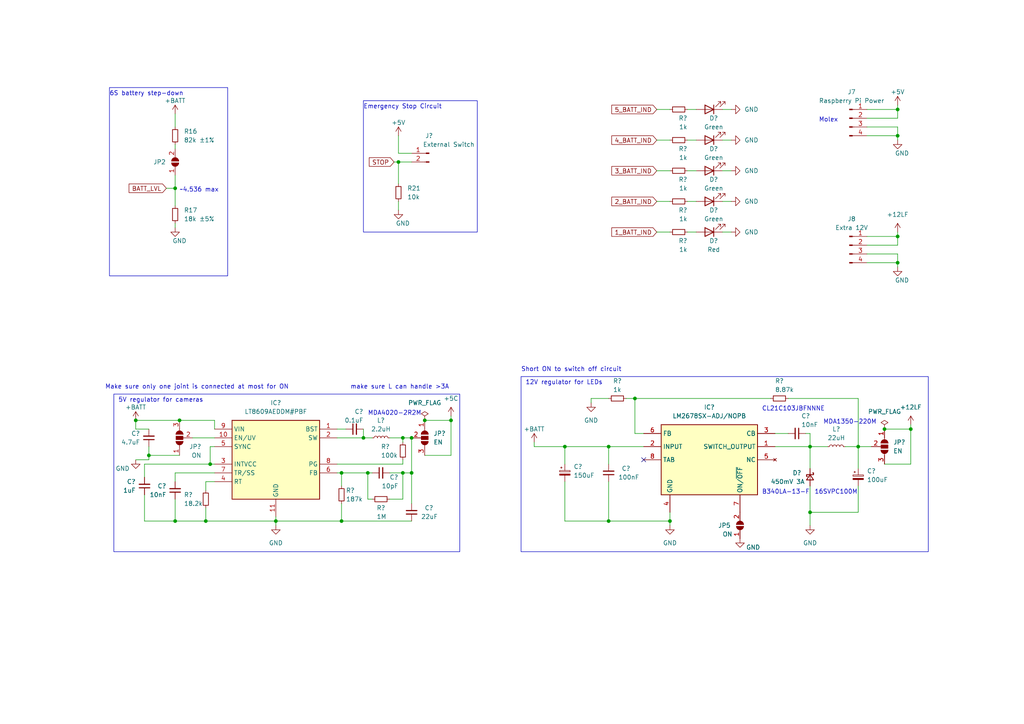
<source format=kicad_sch>
(kicad_sch (version 20230121) (generator eeschema)
  (paper "A4")
  (title_block (title "RBC by UGS") (date "2023-09-06") (rev "2.0"))
  (lib_symbols
    (symbol "Connector:Conn_01x02_Pin" (pin_names (offset 1.016) hide)
      (property "Reference" "J" (at 0 2.54 0))
      (property "Value" "Conn_01x02_Pin" (at 0 -5.08 0))
      (symbol "Conn_01x02_Pin_1_1"
        (polyline (pts (xy 1.27 -2.54) (xy 0.8636 -2.54)) (stroke (width 0.1524)))
        (polyline (pts (xy 1.27 0) (xy 0.8636 0)) (stroke (width 0.1524)))
        (rectangle (start 0.8636 -2.413) (end 0 -2.667) (stroke (width 0.1524)) (fill (type outline)))
        (rectangle (start 0.8636 0.127) (end 0 -0.127) (stroke (width 0.1524)) (fill (type outline)))
        (pin passive line (at 5.08 0 180) (length 3.81) (name "Pin_1") (number "1"))
        (pin passive line (at 5.08 -2.54 180) (length 3.81) (name "Pin_2") (number "2"))
      )
    )
    (symbol "Connector:Conn_01x04_Pin" (pin_names (offset 1.016) hide)
      (property "Reference" "J" (at 0 5.08 0))
      (property "Value" "Conn_01x04_Pin" (at 0 -7.62 0))
      (symbol "Conn_01x04_Pin_1_1"
        (polyline (pts (xy 1.27 -5.08) (xy 0.8636 -5.08)) (stroke (width 0.1524)))
        (polyline (pts (xy 1.27 -2.54) (xy 0.8636 -2.54)) (stroke (width 0.1524)))
        (polyline (pts (xy 1.27 0) (xy 0.8636 0)) (stroke (width 0.1524)))
        (polyline (pts (xy 1.27 2.54) (xy 0.8636 2.54)) (stroke (width 0.1524)))
        (rectangle (start 0.8636 -4.953) (end 0 -5.207) (stroke (width 0.1524)) (fill (type outline)))
        (rectangle (start 0.8636 -2.413) (end 0 -2.667) (stroke (width 0.1524)) (fill (type outline)))
        (rectangle (start 0.8636 0.127) (end 0 -0.127) (stroke (width 0.1524)) (fill (type outline)))
        (rectangle (start 0.8636 2.667) (end 0 2.413) (stroke (width 0.1524)) (fill (type outline)))
        (pin passive line (at 5.08 2.54 180) (length 3.81) (name "Pin_1") (number "1"))
        (pin passive line (at 5.08 0 180) (length 3.81) (name "Pin_2") (number "2"))
        (pin passive line (at 5.08 -2.54 180) (length 3.81) (name "Pin_3") (number "3"))
        (pin passive line (at 5.08 -5.08 180) (length 3.81) (name "Pin_4") (number "4"))
      )
    )
    (symbol "Device:C_Polarized_Small" (pin_numbers hide) (pin_names (offset 0.254) hide)
      (property "Reference" "C" (at 0.254 1.778 0))
      (property "Value" "C_Polarized_Small" (at 0.254 -2.032 0))
      (symbol "C_Polarized_Small_0_1"
        (rectangle (start -1.524 -0.3048) (end 1.524 -0.6858) (fill (type outline)))
        (rectangle (start -1.524 0.6858) (end 1.524 0.3048))
        (polyline (pts (xy -1.27 1.524) (xy -0.762 1.524)))
        (polyline (pts (xy -1.016 1.27) (xy -1.016 1.778)))
      )
      (symbol "C_Polarized_Small_1_1"
        (pin passive line (at 0 2.54 270) (length 1.8542) (name "~") (number "1"))
        (pin passive line (at 0 -2.54 90) (length 1.8542) (name "~") (number "2"))
      )
    )
    (symbol "Device:C_Small" (pin_numbers hide) (pin_names (offset 0.254) hide)
      (property "Reference" "C" (at 0.254 1.778 0))
      (property "Value" "C_Small" (at 0.254 -2.032 0))
      (symbol "C_Small_0_1"
        (polyline (pts (xy -1.524 -0.508) (xy 1.524 -0.508)) (stroke (width 0.3302)))
        (polyline (pts (xy -1.524 0.508) (xy 1.524 0.508)) (stroke (width 0.3048)))
      )
      (symbol "C_Small_1_1"
        (pin passive line (at 0 2.54 270) (length 2.032) (name "~") (number "1"))
        (pin passive line (at 0 -2.54 90) (length 2.032) (name "~") (number "2"))
      )
    )
    (symbol "Device:D_Schottky_Small" (pin_numbers hide) (pin_names (offset 0.254) hide)
      (property "Reference" "D" (at -1.27 2.032 0))
      (property "Value" "D_Schottky_Small" (at -7.112 -2.032 0))
      (symbol "D_Schottky_Small_0_1"
        (polyline (pts (xy -0.762 0) (xy 0.762 0)))
        (polyline (pts (xy 0.762 -1.016) (xy -0.762 0) (xy 0.762 1.016) (xy 0.762 -1.016)) (stroke (width 0.254)))
        (polyline (pts (xy -1.27 0.762) (xy -1.27 1.016) (xy -0.762 1.016) (xy -0.762 -1.016) (xy -0.254 -1.016) (xy -0.254 -0.762)) (stroke (width 0.254)))
      )
      (symbol "D_Schottky_Small_1_1"
        (pin passive line (at -2.54 0 0) (length 1.778) (name "K") (number "1"))
        (pin passive line (at 2.54 0 180) (length 1.778) (name "A") (number "2"))
      )
    )
    (symbol "Device:LED" (pin_numbers hide) (pin_names (offset 1.016) hide)
      (property "Reference" "D" (at 0 2.54 0))
      (property "Value" "LED" (at 0 -2.54 0))
      (symbol "LED_0_1"
        (polyline (pts (xy -1.27 -1.27) (xy -1.27 1.27)) (stroke (width 0.254)))
        (polyline (pts (xy -1.27 0) (xy 1.27 0)))
        (polyline (pts (xy 1.27 -1.27) (xy 1.27 1.27) (xy -1.27 0) (xy 1.27 -1.27)) (stroke (width 0.254)))
        (polyline (pts (xy -3.048 -0.762) (xy -4.572 -2.286) (xy -3.81 -2.286) (xy -4.572 -2.286) (xy -4.572 -1.524)))
        (polyline (pts (xy -1.778 -0.762) (xy -3.302 -2.286) (xy -2.54 -2.286) (xy -3.302 -2.286) (xy -3.302 -1.524)))
      )
      (symbol "LED_1_1"
        (pin passive line (at -3.81 0 0) (length 2.54) (name "K") (number "1"))
        (pin passive line (at 3.81 0 180) (length 2.54) (name "A") (number "2"))
      )
    )
    (symbol "Device:L_Small" (pin_numbers hide) (pin_names (offset 0.254) hide)
      (property "Reference" "L" (at 0.762 1.016 0))
      (property "Value" "L_Small" (at 0.762 -1.016 0))
      (symbol "L_Small_0_1"
        (arc (start 0 -2.032) (mid 0.5058 -1.524) (end 0 -1.016))
        (arc (start 0 -1.016) (mid 0.5058 -0.508) (end 0 0))
        (arc (start 0 0) (mid 0.5058 0.508) (end 0 1.016))
        (arc (start 0 1.016) (mid 0.5058 1.524) (end 0 2.032))
      )
      (symbol "L_Small_1_1"
        (pin passive line (at 0 2.54 270) (length 0.508) (name "~") (number "1"))
        (pin passive line (at 0 -2.54 90) (length 0.508) (name "~") (number "2"))
      )
    )
    (symbol "Device:R_Small" (pin_numbers hide) (pin_names (offset 0.254) hide)
      (property "Reference" "R" (at 0.762 0.508 0))
      (property "Value" "R_Small" (at 0.762 -1.016 0))
      (symbol "R_Small_0_1"
        (rectangle (start -0.762 1.778) (end 0.762 -1.778) (stroke (width 0.2032)))
      )
      (symbol "R_Small_1_1"
        (pin passive line (at 0 2.54 270) (length 0.762) (name "~") (number "1"))
        (pin passive line (at 0 -2.54 90) (length 0.762) (name "~") (number "2"))
      )
    )
    (symbol "Jumper:SolderJumper_2_Open" (pin_names (offset 0) hide)
      (property "Reference" "JP" (at 0 2.032 0))
      (property "Value" "SolderJumper_2_Open" (at 0 -2.54 0))
      (symbol "SolderJumper_2_Open_0_1"
        (arc (start -0.254 1.016) (mid -1.2656 0) (end -0.254 -1.016))
        (arc (start -0.254 1.016) (mid -1.2656 0) (end -0.254 -1.016) (fill (type outline)))
        (polyline (pts (xy -0.254 1.016) (xy -0.254 -1.016)))
        (polyline (pts (xy 0.254 1.016) (xy 0.254 -1.016)))
        (arc (start 0.254 -1.016) (mid 1.2656 0) (end 0.254 1.016))
        (arc (start 0.254 -1.016) (mid 1.2656 0) (end 0.254 1.016) (fill (type outline)))
      )
      (symbol "SolderJumper_2_Open_1_1"
        (pin passive line (at -3.81 0 0) (length 2.54) (name "A") (number "1"))
        (pin passive line (at 3.81 0 180) (length 2.54) (name "B") (number "2"))
      )
    )
    (symbol "Jumper:SolderJumper_3_Open" (pin_names (offset 0) hide)
      (property "Reference" "JP" (at -2.54 -2.54 0))
      (property "Value" "SolderJumper_3_Open" (at 0 2.794 0))
      (symbol "SolderJumper_3_Open_0_1"
        (arc (start -1.016 1.016) (mid -2.0276 0) (end -1.016 -1.016))
        (arc (start -1.016 1.016) (mid -2.0276 0) (end -1.016 -1.016) (fill (type outline)))
        (rectangle (start -0.508 1.016) (end 0.508 -1.016) (fill (type outline)))
        (polyline (pts (xy -2.54 0) (xy -2.032 0)))
        (polyline (pts (xy -1.016 1.016) (xy -1.016 -1.016)))
        (polyline (pts (xy 0 -1.27) (xy 0 -1.016)))
        (polyline (pts (xy 1.016 1.016) (xy 1.016 -1.016)))
        (polyline (pts (xy 2.54 0) (xy 2.032 0)))
        (arc (start 1.016 -1.016) (mid 2.0276 0) (end 1.016 1.016))
        (arc (start 1.016 -1.016) (mid 2.0276 0) (end 1.016 1.016) (fill (type outline)))
      )
      (symbol "SolderJumper_3_Open_1_1"
        (pin passive line (at -5.08 0 0) (length 2.54) (name "A") (number "1"))
        (pin passive line (at 0 -3.81 90) (length 2.54) (name "C") (number "2"))
        (pin passive line (at 5.08 0 180) (length 2.54) (name "B") (number "3"))
      )
    )
    (symbol "SamacSys_Parts:LM2678SX-5.0_NOPB"
      (property "Reference" "IC5" (at 19.05 7.62 0))
      (property "Value" "LM2678SX-ADJ/NOPB" (at 19.05 5.08 0))
      (symbol "LM2678SX-5.0_NOPB_1_1"
        (rectangle (start 5.08 2.54) (end 33.02 -17.78) (stroke (width 0.254)) (fill (type background)))
        (pin passive line (at 38.1 -3.81 180) (length 5.08) (name "SWITCH_OUTPUT") (number "1"))
        (pin passive line (at 0 -3.81 0) (length 5.08) (name "INPUT") (number "2"))
        (pin passive line (at 38.1 0 180) (length 5.08) (name "CB") (number "3"))
        (pin passive line (at 7.62 -22.86 90) (length 5.08) (name "GND") (number "4"))
        (pin no_connect line (at 38.1 -7.62 180) (length 5.08) (name "NC") (number "5"))
        (pin passive line (at 0 0 0) (length 5.08) (name "FB") (number "6"))
        (pin passive line (at 27.94 -22.86 90) (length 5.08) (name "ON/~{OFF}") (number "7"))
        (pin passive line (at 0 -7.62 0) (length 5.08) (name "TAB") (number "8"))
      )
    )
    (symbol "SamacSys_Parts:LT8609AEDDM#PBF"
      (property "Reference" "IC7" (at 17.78 7.62 0))
      (property "Value" "LT8609AEDDM#PBF" (at 17.78 5.08 0))
      (symbol "LT8609AEDDM#PBF_1_1"
        (rectangle (start 5.08 2.54) (end 30.48 -20.32) (stroke (width 0.254)) (fill (type background)))
        (pin passive line (at 35.56 0 180) (length 5.08) (name "BST") (number "1"))
        (pin passive line (at 0 -2.54 0) (length 5.08) (name "EN/UV") (number "10"))
        (pin passive line (at 17.78 -25.4 90) (length 5.08) (name "GND") (number "11"))
        (pin passive line (at 35.56 -2.54 180) (length 5.08) (name "SW") (number "2"))
        (pin passive line (at 0 -10.16 0) (length 5.08) (name "INTVCC") (number "3"))
        (pin passive line (at 0 -15.24 0) (length 5.08) (name "RT") (number "4"))
        (pin passive line (at 0 -5.08 0) (length 5.08) (name "SYNC") (number "5"))
        (pin passive line (at 35.56 -12.7 180) (length 5.08) (name "FB") (number "6"))
        (pin passive line (at 0 -12.7 0) (length 5.08) (name "TR/SS") (number "7"))
        (pin passive line (at 35.56 -10.16 180) (length 5.08) (name "PG") (number "8"))
        (pin passive line (at 0 0 0) (length 5.08) (name "VIN") (number "9"))
      )
    )
    (symbol "power:+12LF" (power) (pin_names (offset 0))
      (property "Value" "+12LF" (at 0 3.556 0))
      (symbol "+12LF_0_1"
        (polyline (pts (xy -0.762 1.27) (xy 0 2.54)))
        (polyline (pts (xy 0 0) (xy 0 2.54)))
        (polyline (pts (xy 0 2.54) (xy 0.762 1.27)))
      )
      (symbol "+12LF_1_1"
        (pin power_in line (at 0 0 90) (length 0) hide (name "+12LF") (number "1"))
      )
    )
    (symbol "power:+5C" (power) (pin_names (offset 0))
      (property "Value" "+5C" (at 0 3.556 0))
      (symbol "+5C_0_1"
        (polyline (pts (xy -0.762 1.27) (xy 0 2.54)))
        (polyline (pts (xy 0 0) (xy 0 2.54)))
        (polyline (pts (xy 0 2.54) (xy 0.762 1.27)))
      )
      (symbol "+5C_1_1"
        (pin power_in line (at 0 0 90) (length 0) hide (name "+5C") (number "1"))
      )
    )
    (symbol "power:+5V" (power) (pin_names (offset 0))
      (property "Value" "+5V" (at 0 3.556 0))
      (symbol "+5V_0_1"
        (polyline (pts (xy -0.762 1.27) (xy 0 2.54)))
        (polyline (pts (xy 0 0) (xy 0 2.54)))
        (polyline (pts (xy 0 2.54) (xy 0.762 1.27)))
      )
      (symbol "+5V_1_1"
        (pin power_in line (at 0 0 90) (length 0) hide (name "+5V") (number "1"))
      )
    )
    (symbol "power:+BATT" (power) (pin_names (offset 0))
      (property "Value" "+BATT" (at 0 3.556 0))
      (symbol "+BATT_0_1"
        (polyline (pts (xy -0.762 1.27) (xy 0 2.54)))
        (polyline (pts (xy 0 0) (xy 0 2.54)))
        (polyline (pts (xy 0 2.54) (xy 0.762 1.27)))
      )
      (symbol "+BATT_1_1"
        (pin power_in line (at 0 0 90) (length 0) hide (name "+BATT") (number "1"))
      )
    )
    (symbol "power:GND" (power) (pin_names (offset 0))
      (property "Value" "GND" (at 0 -3.81 0))
      (symbol "GND_0_1"
        (polyline (pts (xy 0 0) (xy 0 -1.27) (xy 1.27 -1.27) (xy 0 -2.54) (xy -1.27 -1.27) (xy 0 -1.27)))
      )
      (symbol "GND_1_1"
        (pin power_in line (at 0 0 270) (length 0) hide (name "GND") (number "1"))
      )
    )
    (symbol "power:PWR_FLAG" (power) (pin_numbers hide) (pin_names (offset 0) hide)
      (property "Value" "PWR_FLAG" (at 0 3.81 0))
      (symbol "PWR_FLAG_0_0"
        (pin power_out line (at 0 0 90) (length 0) (name "pwr") (number "1"))
      )
      (symbol "PWR_FLAG_0_1"
        (polyline (pts (xy 0 0) (xy 0 1.27) (xy -1.016 1.905) (xy 0 2.54) (xy 1.016 1.905) (xy 0 1.27)))
      )
    )
  )
  (junction (at 106.68 137.16))
  (junction (at 264.16 124.46))
  (junction (at 176.53 151.13))
  (junction (at 260.35 31.75))
  (junction (at 260.35 76.2))
  (junction (at 59.69 151.13))
  (junction (at 234.95 148.59))
  (junction (at 60.96 134.62))
  (junction (at 234.95 129.54))
  (junction (at 43.18 132.08))
  (junction (at 105.41 127))
  (junction (at 39.37 121.92))
  (junction (at 116.84 127))
  (junction (at 52.07 121.92))
  (junction (at 50.8 54.61))
  (junction (at 260.35 68.58))
  (junction (at 130.81 121.92))
  (junction (at 119.38 127))
  (junction (at 256.54 124.46))
  (junction (at 260.35 39.37))
  (junction (at 194.31 151.13))
  (junction (at 99.06 137.16))
  (junction (at 163.83 129.54))
  (junction (at 248.92 129.54))
  (junction (at 123.19 121.92))
  (junction (at 176.53 129.54))
  (junction (at 99.06 151.13))
  (junction (at 80.01 151.13))
  (junction (at 50.8 151.13))
  (junction (at 116.84 137.16))
  (junction (at 184.15 115.57))
  (junction (at 115.57 46.99))
  (junction (at 119.38 137.16))
  (no_connect (at 186.69 133.35))
  (wire (pts (xy 260.35 71.12) (xy 260.35 68.58)))
  (wire (pts (xy 251.46 36.83) (xy 260.35 36.83)))
  (wire (pts (xy 234.95 140.97) (xy 234.95 148.59)))
  (wire (pts (xy 260.35 73.66) (xy 260.35 76.2)))
  (wire (pts (xy 41.91 134.62) (xy 60.96 134.62)))
  (wire (pts (xy 55.88 127) (xy 62.23 127)))
  (wire (pts (xy 260.35 34.29) (xy 260.35 31.75)))
  (wire (pts (xy 234.95 125.73) (xy 234.95 129.54)))
  (wire (pts (xy 248.92 115.57) (xy 248.92 129.54)))
  (wire (pts (xy 190.5 58.42) (xy 194.31 58.42)))
  (wire (pts (xy 199.39 67.31) (xy 201.93 67.31)))
  (wire (pts (xy 116.84 127) (xy 116.84 128.27)))
  (wire (pts (xy 176.53 139.7) (xy 176.53 151.13)))
  (wire (pts (xy 264.16 124.46) (xy 264.16 123.19)))
  (wire (pts (xy 43.18 133.35) (xy 39.37 133.35)))
  (wire (pts (xy 234.95 148.59) (xy 248.92 148.59)))
  (wire (pts (xy 59.69 151.13) (xy 80.01 151.13)))
  (wire (pts (xy 264.16 134.62) (xy 264.16 124.46)))
  (wire (pts (xy 116.84 137.16) (xy 116.84 144.78)))
  (wire (pts (xy 209.55 40.64) (xy 212.09 40.64)))
  (wire (pts (xy 190.5 31.75) (xy 194.31 31.75)))
  (wire (pts (xy 130.81 132.08) (xy 130.81 121.92)))
  (wire (pts (xy 119.38 46.99) (xy 115.57 46.99)))
  (wire (pts (xy 48.26 54.61) (xy 50.8 54.61)))
  (wire (pts (xy 97.79 134.62) (xy 116.84 134.62)))
  (wire (pts (xy 105.41 127) (xy 107.95 127)))
  (wire (pts (xy 115.57 58.42) (xy 115.57 60.96)))
  (wire (pts (xy 194.31 151.13) (xy 194.31 152.4)))
  (wire (pts (xy 52.07 121.92) (xy 62.23 121.92)))
  (wire (pts (xy 186.69 129.54) (xy 176.53 129.54)))
  (wire (pts (xy 190.5 40.64) (xy 194.31 40.64)))
  (wire (pts (xy 99.06 151.13) (xy 80.01 151.13)))
  (wire (pts (xy 50.8 64.77) (xy 50.8 66.04)))
  (wire (pts (xy 251.46 34.29) (xy 260.35 34.29)))
  (wire (pts (xy 228.6 115.57) (xy 248.92 115.57)))
  (wire (pts (xy 123.19 132.08) (xy 130.81 132.08)))
  (wire (pts (xy 41.91 143.51) (xy 41.91 151.13)))
  (wire (pts (xy 209.55 58.42) (xy 212.09 58.42)))
  (wire (pts (xy 234.95 148.59) (xy 234.95 152.4)))
  (wire (pts (xy 41.91 151.13) (xy 50.8 151.13)))
  (wire (pts (xy 115.57 46.99) (xy 114.3 46.99)))
  (wire (pts (xy 50.8 151.13) (xy 59.69 151.13)))
  (wire (pts (xy 116.84 144.78) (xy 113.03 144.78)))
  (wire (pts (xy 116.84 127) (xy 119.38 127)))
  (wire (pts (xy 50.8 50.8) (xy 50.8 54.61)))
  (wire (pts (xy 190.5 49.53) (xy 194.31 49.53)))
  (wire (pts (xy 251.46 71.12) (xy 260.35 71.12)))
  (wire (pts (xy 260.35 39.37) (xy 260.35 40.64)))
  (wire (pts (xy 105.41 124.46) (xy 105.41 127)))
  (wire (pts (xy 248.92 129.54) (xy 248.92 135.89)))
  (wire (pts (xy 107.95 144.78) (xy 106.68 144.78)))
  (wire (pts (xy 251.46 39.37) (xy 260.35 39.37)))
  (wire (pts (xy 62.23 124.46) (xy 62.23 121.92)))
  (wire (pts (xy 39.37 121.92) (xy 52.07 121.92)))
  (wire (pts (xy 97.79 137.16) (xy 99.06 137.16)))
  (wire (pts (xy 199.39 58.42) (xy 201.93 58.42)))
  (wire (pts (xy 113.03 137.16) (xy 116.84 137.16)))
  (wire (pts (xy 106.68 137.16) (xy 107.95 137.16)))
  (wire (pts (xy 50.8 33.02) (xy 50.8 36.83)))
  (wire (pts (xy 59.69 147.32) (xy 59.69 151.13)))
  (wire (pts (xy 163.83 129.54) (xy 154.94 129.54)))
  (wire (pts (xy 39.37 121.92) (xy 39.37 124.46)))
  (wire (pts (xy 116.84 137.16) (xy 119.38 137.16)))
  (wire (pts (xy 99.06 140.97) (xy 99.06 137.16)))
  (wire (pts (xy 260.35 68.58) (xy 251.46 68.58)))
  (wire (pts (xy 209.55 49.53) (xy 212.09 49.53)))
  (wire (pts (xy 176.53 129.54) (xy 176.53 134.62)))
  (wire (pts (xy 163.83 139.7) (xy 163.83 151.13)))
  (wire (pts (xy 41.91 134.62) (xy 41.91 138.43)))
  (wire (pts (xy 251.46 31.75) (xy 260.35 31.75)))
  (wire (pts (xy 50.8 41.91) (xy 50.8 43.18)))
  (wire (pts (xy 260.35 36.83) (xy 260.35 39.37)))
  (wire (pts (xy 176.53 115.57) (xy 171.45 115.57)))
  (wire (pts (xy 248.92 140.97) (xy 248.92 148.59)))
  (wire (pts (xy 62.23 139.7) (xy 59.69 139.7)))
  (wire (pts (xy 251.46 76.2) (xy 260.35 76.2)))
  (wire (pts (xy 115.57 44.45) (xy 119.38 44.45)))
  (wire (pts (xy 43.18 132.08) (xy 52.07 132.08)))
  (wire (pts (xy 43.18 133.35) (xy 43.18 132.08)))
  (wire (pts (xy 39.37 124.46) (xy 43.18 124.46)))
  (wire (pts (xy 194.31 148.59) (xy 194.31 151.13)))
  (wire (pts (xy 186.69 125.73) (xy 184.15 125.73)))
  (wire (pts (xy 123.19 121.92) (xy 130.81 121.92)))
  (wire (pts (xy 260.35 76.2) (xy 260.35 77.47)))
  (wire (pts (xy 116.84 134.62) (xy 116.84 133.35)))
  (wire (pts (xy 176.53 129.54) (xy 163.83 129.54)))
  (wire (pts (xy 209.55 31.75) (xy 212.09 31.75)))
  (wire (pts (xy 163.83 129.54) (xy 163.83 134.62)))
  (wire (pts (xy 176.53 151.13) (xy 194.31 151.13)))
  (wire (pts (xy 224.79 125.73) (xy 228.6 125.73)))
  (wire (pts (xy 251.46 73.66) (xy 260.35 73.66)))
  (wire (pts (xy 60.96 129.54) (xy 60.96 134.62)))
  (wire (pts (xy 97.79 127) (xy 105.41 127)))
  (wire (pts (xy 199.39 40.64) (xy 201.93 40.64)))
  (wire (pts (xy 171.45 115.57) (xy 171.45 116.84)))
  (wire (pts (xy 119.38 127) (xy 119.38 137.16)))
  (wire (pts (xy 80.01 152.4) (xy 80.01 151.13)))
  (wire (pts (xy 199.39 31.75) (xy 201.93 31.75)))
  (wire (pts (xy 50.8 137.16) (xy 62.23 137.16)))
  (wire (pts (xy 62.23 134.62) (xy 60.96 134.62)))
  (wire (pts (xy 50.8 54.61) (xy 50.8 59.69)))
  (wire (pts (xy 245.11 129.54) (xy 248.92 129.54)))
  (wire (pts (xy 106.68 137.16) (xy 106.68 144.78)))
  (wire (pts (xy 181.61 115.57) (xy 184.15 115.57)))
  (wire (pts (xy 130.81 121.92) (xy 130.81 120.65)))
  (wire (pts (xy 199.39 49.53) (xy 201.93 49.53)))
  (wire (pts (xy 50.8 144.78) (xy 50.8 151.13)))
  (wire (pts (xy 59.69 139.7) (xy 59.69 142.24)))
  (wire (pts (xy 119.38 137.16) (xy 119.38 146.05)))
  (wire (pts (xy 256.54 134.62) (xy 264.16 134.62)))
  (wire (pts (xy 43.18 132.08) (xy 43.18 129.54)))
  (wire (pts (xy 234.95 129.54) (xy 240.03 129.54)))
  (wire (pts (xy 248.92 129.54) (xy 252.73 129.54)))
  (wire (pts (xy 260.35 67.31) (xy 260.35 68.58)))
  (wire (pts (xy 115.57 39.37) (xy 115.57 44.45)))
  (wire (pts (xy 209.55 67.31) (xy 212.09 67.31)))
  (wire (pts (xy 256.54 124.46) (xy 264.16 124.46)))
  (wire (pts (xy 233.68 125.73) (xy 234.95 125.73)))
  (wire (pts (xy 113.03 127) (xy 116.84 127)))
  (wire (pts (xy 99.06 151.13) (xy 119.38 151.13)))
  (wire (pts (xy 184.15 115.57) (xy 223.52 115.57)))
  (wire (pts (xy 80.01 151.13) (xy 80.01 149.86)))
  (wire (pts (xy 115.57 46.99) (xy 115.57 53.34)))
  (wire (pts (xy 184.15 125.73) (xy 184.15 115.57)))
  (wire (pts (xy 154.94 129.54) (xy 154.94 128.27)))
  (wire (pts (xy 234.95 129.54) (xy 234.95 135.89)))
  (wire (pts (xy 97.79 124.46) (xy 100.33 124.46)))
  (wire (pts (xy 99.06 137.16) (xy 106.68 137.16)))
  (wire (pts (xy 224.79 129.54) (xy 234.95 129.54)))
  (wire (pts (xy 190.5 67.31) (xy 194.31 67.31)))
  (wire (pts (xy 163.83 151.13) (xy 176.53 151.13)))
  (wire (pts (xy 99.06 146.05) (xy 99.06 151.13)))
  (wire (pts (xy 62.23 129.54) (xy 60.96 129.54)))
  (wire (pts (xy 260.35 30.48) (xy 260.35 31.75)))
  (wire (pts (xy 50.8 139.7) (xy 50.8 137.16)))
  (rectangle (start 31.75 25.4) (end 66.04 80.01))
  (rectangle (start 105.41 29.21) (end 138.43 67.31))
  (rectangle (start 33.02 114.3) (end 133.35 160.02))
  (rectangle (start 151.13 109.22) (end 269.24 160.02))
  (text "Make sure only one joint is connected at most for ON" (at 30.48 113.03 0) (effects (font (size 1.27 1.27)) (justify left bottom)))
  (text "~4.536 max" (at 52.07 55.88 0) (effects (font (size 1.27 1.27)) (justify left bottom)))
  (text "6S battery step-down" (at 31.75 27.94 0) (effects (font (size 1.27 1.27)) (justify left bottom)))
  (text "16SVPC100M" (at 236.22 143.51 0) (effects (font (size 1.27 1.27)) (justify left bottom)))
  (text "MDA1350-220M" (at 238.76 123.19 0) (effects (font (size 1.27 1.27)) (justify left bottom)))
  (text "\nMDA4020-2R2M" (at 106.68 120.65 0) (effects (font (size 1.27 1.27)) (justify left bottom)))
  (text "12V regulator for LEDs" (at 152.4 111.76 0) (effects (font (size 1.27 1.27)) (justify left bottom)))
  (text "Short ON to switch off circuit" (at 151.13 107.95 0) (effects (font (size 1.27 1.27)) (justify left bottom)))
  (text "Emergency Stop Circuit" (at 105.41 31.75 0) (effects (font (size 1.27 1.27)) (justify left bottom)))
  (text "CL21C103JBFNNNE" (at 220.98 119.38 0) (effects (font (size 1.27 1.27)) (justify left bottom)))
  (text "make sure L can handle >3A" (at 101.6 113.03 0) (effects (font (size 1.27 1.27)) (justify left bottom)))
  (text "Molex" (at 237.49 35.56 0) (effects (font (size 1.27 1.27)) (justify left bottom)))
  (text "5V regulator for cameras" (at 34.29 116.84 0) (effects (font (size 1.27 1.27)) (justify left bottom)))
  (text "B340LA-13-F" (at 220.98 143.51 0) (effects (font (size 1.27 1.27)) (justify left bottom)))
  (global_label "5_BATT_IND" (shape input) (at 190.5 31.75 180) (property "Intersheetrefs" "${INTERSHEET_REFS}" (effects hide)))
  (global_label "3_BATT_IND" (shape input) (at 190.5 49.53 180) (property "Intersheetrefs" "${INTERSHEET_REFS}" (effects hide)))
  (global_label "4_BATT_IND" (shape input) (at 190.5 40.64 180) (property "Intersheetrefs" "${INTERSHEET_REFS}" (effects hide)))
  (global_label "STOP" (shape input) (at 114.3 46.99 180) (property "Intersheetrefs" "${INTERSHEET_REFS}" (effects hide)))
  (global_label "2_BATT_IND" (shape input) (at 190.5 58.42 180) (property "Intersheetrefs" "${INTERSHEET_REFS}" (effects hide)))
  (global_label "1_BATT_IND" (shape input) (at 190.5 67.31 180) (property "Intersheetrefs" "${INTERSHEET_REFS}" (effects hide)))
  (global_label "BATT_LVL" (shape input) (at 48.26 54.61 180) (property "Intersheetrefs" "${INTERSHEET_REFS}" (effects hide)))
  (symbol (lib_id "Device:R_Small") (at 196.85 31.75 90) (unit 1)
    (property "Reference" "R?" (at 199.39 34.29 90) (effects (justify left)))
    (property "Value" "1k" (at 199.39 36.83 90) (effects (justify left)))
    (instances (project "rbc_circuits" (path "" (reference "R?") (unit 1)) (path "" (reference "R24") (unit 1))))
  )
  (symbol (lib_id "Device:R_Small") (at 196.85 49.53 90) (unit 1)
    (property "Reference" "R?" (at 199.39 52.07 90) (effects (justify left)))
    (property "Value" "1k" (at 199.39 54.61 90) (effects (justify left)))
    (instances (project "rbc_circuits" (path "" (reference "R?") (unit 1)) (path "" (reference "R26") (unit 1))))
  )
  (symbol (lib_id "Device:L_Small") (at 110.49 127 90) (unit 1)
    (property "Reference" "L?" (at 110.49 121.92 90))
    (property "Value" "2.2uH" (at 110.49 124.46 90))
    (property "Footprint" "LQH3NPH150MMEL:IND_LQH3NPH150MMEL" (effects hide))
    (instances (project "rbc_circuits" (path "" (reference "L?") (unit 1)) (path "" (reference "L6") (unit 1))))
  )
  (symbol (lib_id "power:+BATT") (at 50.8 33.02 0) (unit 1)
    (property "Reference" "#PWR?" (effects hide))
    (property "Value" "+BATT" (at 50.8 29.21 0))
    (instances (project "rbc_circuits" (path "" (reference "#PWR?") (unit 1)) (path "" (reference "#PWR037") (unit 1))))
  )
  (symbol (lib_id "power:GND") (at 212.09 31.75 90) (unit 1)
    (property "Reference" "#PWR?" (effects hide))
    (property "Value" "GND" (at 215.9 31.75 90) (effects (justify right)))
    (instances (project "rbc_circuits" (path "" (reference "#PWR?") (unit 1)) (path "" (reference "#PWR?") (unit 1)) (path "" (reference "#PWR046") (unit 1))))
  )
  (symbol (lib_id "Device:C_Polarized_Small") (at 248.92 138.43 0) (unit 1)
    (property "Reference" "C?" (at 251.46 136.6139 0) (effects (justify left)))
    (property "Value" "100uF" (at 251.46 139.1539 0) (effects (justify left)))
    (instances (project "rbc_circuits" (path "" (reference "C?") (unit 1)) (path "" (reference "C33") (unit 1))))
  )
  (symbol (lib_id "power:+5V") (at 115.57 39.37 0) (unit 1)
    (property "Reference" "#PWR?" (effects hide))
    (property "Value" "+5V" (at 115.57 35.56 0))
    (instances (project "rbc_circuits" (path "" (reference "#PWR?") (unit 1)) (path "" (reference "#PWR040") (unit 1))))
  )
  (symbol (lib_id "Device:R_Small") (at 115.57 55.88 0) (unit 1)
    (property "Reference" "R21" (at 118.11 54.61 0) (effects (justify left)))
    (property "Value" "10k" (at 118.11 57.15 0) (effects (justify left)))
  )
  (symbol (lib_id "Device:C_Small") (at 43.18 127 180) (unit 1)
    (property "Reference" "C?" (at 40.64 125.73 0) (effects (justify left)))
    (property "Value" "4.7uF" (at 40.64 128.27 0) (effects (justify left)))
    (property "Footprint" "Capacitor_SMD:C_0603_1608Metric_Pad1.08x0.95mm_HandSolder" (effects hide))
    (instances (project "rbc_circuits" (path "" (reference "C?") (unit 1)) (path "" (reference "C25") (unit 1))))
  )
  (symbol (lib_id "power:GND") (at 260.35 77.47 0) (unit 1)
    (property "Reference" "#PWR?" (effects hide))
    (property "Value" "GND" (at 261.62 81.28 0))
    (instances (project "rbc_circuits" (path "" (reference "#PWR?") (unit 1)) (path "" (reference "#PWR?") (unit 1)) (path "" (reference "#PWR056") (unit 1))))
  )
  (symbol (lib_id "power:GND") (at 212.09 67.31 90) (unit 1)
    (property "Reference" "#PWR?" (effects hide))
    (property "Value" "GND" (at 215.9 67.31 90) (effects (justify right)))
    (instances (project "rbc_circuits" (path "" (reference "#PWR?") (unit 1)) (path "" (reference "#PWR?") (unit 1)) (path "" (reference "#PWR050") (unit 1))))
  )
  (symbol (lib_id "Connector:Conn_01x04_Pin") (at 246.38 71.12 0) (unit 1)
    (property "Reference" "J8" (at 247.015 63.5 0))
    (property "Value" "Extra 12V" (at 247.015 66.04 0))
  )
  (symbol (lib_id "Device:C_Small") (at 50.8 142.24 180) (unit 1)
    (property "Reference" "C?" (at 48.26 140.97 0) (effects (justify left)))
    (property "Value" "10nF" (at 48.26 143.51 0) (effects (justify left)))
    (property "Footprint" "Capacitor_SMD:C_0603_1608Metric_Pad1.08x0.95mm_HandSolder" (effects hide))
    (instances (project "rbc_circuits" (path "" (reference "C?") (unit 1)) (path "" (reference "C26") (unit 1))))
  )
  (symbol (lib_id "Jumper:SolderJumper_3_Open") (at 123.19 127 270) (unit 1)
    (property "Reference" "JP?" (at 125.73 125.73 90) (effects (justify left)))
    (property "Value" "EN" (at 125.73 128.27 90) (effects (justify left)))
    (property "Footprint" "Jumper:SolderJumper-3_P2.0mm_Open_TrianglePad1.0x1.5mm" (effects hide))
    (instances (project "rbc_circuits" (path "" (reference "JP?") (unit 1)) (path "" (reference "JP4") (unit 1))))
  )
  (symbol (lib_id "Device:C_Small") (at 231.14 125.73 270) (unit 1)
    (property "Reference" "C?" (at 232.41 120.65 90) (effects (justify left)))
    (property "Value" "10nF" (at 232.41 123.19 90) (effects (justify left)))
    (property "Footprint" "Capacitor_SMD:C_0603_1608Metric_Pad1.08x0.95mm_HandSolder" (effects hide))
    (instances (project "rbc_circuits" (path "" (reference "C?") (unit 1)) (path "" (reference "C32") (unit 1))))
  )
  (symbol (lib_id "Device:C_Polarized_Small") (at 163.83 137.16 0) (unit 1)
    (property "Reference" "C?" (at 166.37 135.3439 0) (effects (justify left)))
    (property "Value" "150uF" (at 166.37 137.8839 0) (effects (justify left)))
    (instances (project "rbc_circuits" (path "" (reference "C?") (unit 1)) (path "" (reference "C30") (unit 1))))
  )
  (symbol (lib_id "Device:R_Small") (at 196.85 40.64 90) (unit 1)
    (property "Reference" "R?" (at 199.39 43.18 90) (effects (justify left)))
    (property "Value" "1k" (at 199.39 45.72 90) (effects (justify left)))
    (instances (project "rbc_circuits" (path "" (reference "R?") (unit 1)) (path "" (reference "R25") (unit 1))))
  )
  (symbol (lib_id "Jumper:SolderJumper_2_Open") (at 50.8 46.99 90) (unit 1)
    (property "Reference" "JP2" (at 44.45 46.99 90) (effects (justify right)))
    (property "Value" "SolderJumper_2_Open" (effects hide))
  )
  (symbol (lib_id "power:GND") (at 212.09 49.53 90) (unit 1)
    (property "Reference" "#PWR?" (effects hide))
    (property "Value" "GND" (at 215.9 49.53 90) (effects (justify right)))
    (instances (project "rbc_circuits" (path "" (reference "#PWR?") (unit 1)) (path "" (reference "#PWR?") (unit 1)) (path "" (reference "#PWR048") (unit 1))))
  )
  (symbol (lib_id "power:+BATT") (at 39.37 121.92 0) (unit 1)
    (property "Reference" "#PWR?" (effects hide))
    (property "Value" "+BATT" (at 39.37 118.11 0))
    (instances (project "rbc_circuits" (path "" (reference "#PWR?") (unit 1)) (path "" (reference "#PWR035") (unit 1))))
  )
  (symbol (lib_id "Device:C_Small") (at 110.49 137.16 90) (unit 1)
    (property "Reference" "C?" (at 115.57 138.43 90) (effects (justify left)))
    (property "Value" "10pF" (at 115.57 140.97 90) (effects (justify left)))
    (property "Footprint" "Capacitor_SMD:C_0603_1608Metric_Pad1.08x0.95mm_HandSolder" (effects hide))
    (instances (project "rbc_circuits" (path "" (reference "C?") (unit 1)) (path "" (reference "C28") (unit 1))))
  )
  (symbol (lib_id "power:+5C") (at 130.81 120.65 0) (unit 1)
    (property "Reference" "#PWR042" (effects hide))
    (property "Value" "+5C" (at 130.81 115.57 0))
  )
  (symbol (lib_id "Jumper:SolderJumper_2_Open") (at 214.63 152.4 90) (unit 1)
    (property "Reference" "JP5" (at 208.28 152.4 90) (effects (justify right)))
    (property "Value" "ON" (at 209.55 154.94 90) (effects (justify right)))
  )
  (symbol (lib_id "SamacSys_Parts:LM2678SX-5.0_NOPB") (at 186.69 125.73 0) (unit 1)
    (property "Reference" "IC?" (at 205.74 118.11 0))
    (property "Value" "LM2678SX-ADJ/NOPB" (at 205.74 120.65 0))
    (property "Footprint" "SamacSys_Parts:KTW0007B" (effects hide))
    (property "Datasheet" "http://www.ti.com/lit/gpn/lm2678" (effects hide))
    (property "Mouser Part Number" "926-LM2678SX50NOPB" (effects hide))
    (property "Mouser Price/Stock" "https://www.mouser.co.uk/ProductDetail/Texas-Instruments/LM2678SX-5.0-NOPB?qs=X1J7HmVL2ZFBSPLuv4Jf1g%3D%3D" (effects hide))
    (property "Manufacturer_Name" "Texas Instruments" (effects hide))
    (property "Manufacturer_Part_Number" "LM2678SX-5.0/NOPB" (effects hide))
    (instances (project "rbc_circuits" (path "" (reference "IC?") (unit 1)) (path "" (reference "IC6") (unit 1))))
  )
  (symbol (lib_id "power:GND") (at 80.01 152.4 0) (unit 1)
    (property "Reference" "#PWR?" (effects hide))
    (property "Value" "GND" (at 80.01 157.48 0))
    (instances (project "rbc_circuits" (path "" (reference "#PWR?") (unit 1)) (path "" (reference "#PWR039") (unit 1))))
  )
  (symbol (lib_id "Device:D_Schottky_Small") (at 234.95 138.43 270) (unit 1)
    (property "Reference" "D?" (at 229.87 137.16 90) (effects (justify left)))
    (property "Value" "450mV 3A" (at 223.52 139.7 90) (effects (justify left)))
    (instances (project "rbc_circuits" (path "" (reference "D?") (unit 1)) (path "" (reference "D10") (unit 1))))
  )
  (symbol (lib_id "power:GND") (at 214.63 156.21 0) (unit 1)
    (property "Reference" "#PWR?" (effects hide))
    (property "Value" "GND" (at 218.44 158.75 0))
    (instances (project "rbc_circuits" (path "" (reference "#PWR?") (unit 1)) (path "" (reference "#PWR051") (unit 1))))
  )
  (symbol (lib_id "Connector:Conn_01x04_Pin") (at 246.38 34.29 0) (unit 1)
    (property "Reference" "J7" (at 247.015 26.67 0))
    (property "Value" "Raspberry Pi Power" (at 247.015 29.21 0))
  )
  (symbol (lib_id "power:+12LF") (at 264.16 123.19 0) (unit 1)
    (property "Reference" "#PWR057" (effects hide))
    (property "Value" "+12LF" (at 264.16 118.11 0))
  )
  (symbol (lib_id "Device:C_Small") (at 102.87 124.46 90) (unit 1)
    (property "Reference" "C?" (at 105.41 119.38 90) (effects (justify left)))
    (property "Value" "0.1uF" (at 105.41 121.92 90) (effects (justify left)))
    (property "Footprint" "Capacitor_SMD:C_0603_1608Metric_Pad1.08x0.95mm_HandSolder" (effects hide))
    (instances (project "rbc_circuits" (path "" (reference "C?") (unit 1)) (path "" (reference "C27") (unit 1))))
  )
  (symbol (lib_id "power:GND") (at 260.35 40.64 0) (unit 1)
    (property "Reference" "#PWR?" (effects hide))
    (property "Value" "GND" (at 261.62 44.45 0))
    (instances (project "rbc_circuits" (path "" (reference "#PWR?") (unit 1)) (path "" (reference "#PWR?") (unit 1)) (path "" (reference "#PWR054") (unit 1))))
  )
  (symbol (lib_id "Jumper:SolderJumper_3_Open") (at 256.54 129.54 270) (unit 1)
    (property "Reference" "JP?" (at 259.08 128.27 90) (effects (justify left)))
    (property "Value" "EN" (at 259.08 130.81 90) (effects (justify left)))
    (property "Footprint" "Jumper:SolderJumper-3_P2.0mm_Open_TrianglePad1.0x1.5mm" (effects hide))
    (instances (project "rbc_circuits" (path "" (reference "JP?") (unit 1)) (path "" (reference "JP6") (unit 1))))
  )
  (symbol (lib_id "power:+5V") (at 260.35 30.48 0) (unit 1)
    (property "Reference" "#PWR?" (effects hide))
    (property "Value" "+5V" (at 260.35 26.67 0))
    (instances (project "rbc_circuits" (path "" (reference "#PWR?") (unit 1)) (path "" (reference "#PWR053") (unit 1))))
  )
  (symbol (lib_id "power:+12LF") (at 260.35 67.31 0) (unit 1)
    (property "Reference" "#PWR055" (effects hide))
    (property "Value" "+12LF" (at 260.35 62.23 0))
  )
  (symbol (lib_id "Device:R_Small") (at 50.8 62.23 0) (unit 1)
    (property "Reference" "R17" (at 53.34 60.96 0) (effects (justify left)))
    (property "Value" "18k ±5%" (at 53.34 63.5 0) (effects (justify left)))
  )
  (symbol (lib_id "power:GND") (at 50.8 66.04 0) (unit 1)
    (property "Reference" "#PWR?" (effects hide))
    (property "Value" "GND" (at 52.07 69.85 0))
    (instances (project "rbc_circuits" (path "" (reference "#PWR?") (unit 1)) (path "" (reference "#PWR?") (unit 1)) (path "" (reference "#PWR038") (unit 1))))
  )
  (symbol (lib_id "power:GND") (at 234.95 152.4 0) (unit 1)
    (property "Reference" "#PWR?" (effects hide))
    (property "Value" "GND" (at 234.95 157.48 0))
    (instances (project "rbc_circuits" (path "" (reference "#PWR?") (unit 1)) (path "" (reference "#PWR052") (unit 1))))
  )
  (symbol (lib_id "power:GND") (at 39.37 133.35 0) (unit 1)
    (property "Reference" "#PWR?" (effects hide))
    (property "Value" "GND" (at 35.56 135.89 0))
    (instances (project "rbc_circuits" (path "" (reference "#PWR?") (unit 1)) (path "" (reference "#PWR036") (unit 1))))
  )
  (symbol (lib_id "Device:C_Small") (at 119.38 148.59 180) (unit 1)
    (property "Reference" "C?" (at 125.73 147.32 0) (effects (justify left)))
    (property "Value" "22uF" (at 127 149.86 0) (effects (justify left)))
    (property "Footprint" "Capacitor_SMD:C_0603_1608Metric_Pad1.08x0.95mm_HandSolder" (effects hide))
    (instances (project "rbc_circuits" (path "" (reference "C?") (unit 1)) (path "" (reference "C29") (unit 1))))
  )
  (symbol (lib_id "Device:L_Small") (at 242.57 129.54 90) (unit 1)
    (property "Reference" "L?" (at 242.57 124.46 90))
    (property "Value" "22uH" (at 242.57 127 90))
    (property "Footprint" "LQH3NPH150MMEL:IND_LQH3NPH150MMEL" (effects hide))
    (instances (project "rbc_circuits" (path "" (reference "L?") (unit 1)) (path "" (reference "L7") (unit 1))))
  )
  (symbol (lib_id "Device:C_Small") (at 41.91 140.97 180) (unit 1)
    (property "Reference" "C?" (at 39.37 139.7 0) (effects (justify left)))
    (property "Value" "1uF" (at 39.37 142.24 0) (effects (justify left)))
    (property "Footprint" "Capacitor_SMD:C_0603_1608Metric_Pad1.08x0.95mm_HandSolder" (effects hide))
    (instances (project "rbc_circuits" (path "" (reference "C?") (unit 1)) (path "" (reference "C24") (unit 1))))
  )
  (symbol (lib_id "Device:R_Small") (at 50.8 39.37 0) (unit 1)
    (property "Reference" "R16" (at 53.34 38.1 0) (effects (justify left)))
    (property "Value" "82k ±1%" (at 53.34 40.64 0) (effects (justify left)))
  )
  (symbol (lib_id "power:GND") (at 171.45 116.84 0) (unit 1)
    (property "Reference" "#PWR?" (effects hide))
    (property "Value" "GND" (at 171.45 121.92 0))
    (instances (project "rbc_circuits" (path "" (reference "#PWR?") (unit 1)) (path "" (reference "#PWR044") (unit 1))))
  )
  (symbol (lib_id "Device:R_Small") (at 196.85 58.42 90) (unit 1)
    (property "Reference" "R?" (at 199.39 60.96 90) (effects (justify left)))
    (property "Value" "1k" (at 199.39 63.5 90) (effects (justify left)))
    (instances (project "rbc_circuits" (path "" (reference "R?") (unit 1)) (path "" (reference "R27") (unit 1))))
  )
  (symbol (lib_id "Connector:Conn_01x02_Pin") (at 124.46 44.45 0) (mirror y) (unit 1)
    (property "Reference" "J?" (at 124.46 39.37 0))
    (property "Value" "External Switch" (at 130.175 41.91 0))
    (property "Footprint" "TerminalBlock_Phoenix:TerminalBlock_Phoenix_MKDS-3-2-5.08_1x02_P5.08mm_Horizontal" (effects hide))
    (instances (project "rbc_circuits" (path "" (reference "J?") (unit 1)) (path "" (reference "J6") (unit 1))))
  )
  (symbol (lib_id "Device:LED") (at 205.74 49.53 180) (unit 1)
    (property "Reference" "D?" (at 207.01 52.07 0))
    (property "Value" "Green" (at 207.01 54.61 0))
    (instances (project "rbc_circuits" (path "" (reference "D?") (unit 1)) (path "" (reference "D7") (unit 1))))
  )
  (symbol (lib_id "Device:LED") (at 205.74 31.75 180) (unit 1)
    (property "Reference" "D?" (at 207.01 34.29 0))
    (property "Value" "Green" (at 207.01 36.83 0))
    (instances (project "rbc_circuits" (path "" (reference "D?") (unit 1)) (path "" (reference "D5") (unit 1))))
  )
  (symbol (lib_id "power:PWR_FLAG") (at 123.19 121.92 0) (unit 1)
    (property "Reference" "#FLG01" (effects hide))
    (property "Value" "PWR_FLAG" (at 123.19 116.84 0))
    (instances (project "rbc_circuits" (path "" (reference "#FLG01") (unit 1)) (path "" (reference "#FLG06") (unit 1))))
  )
  (symbol (lib_id "Device:R_Small") (at 226.06 115.57 270) (unit 1)
    (property "Reference" "R?" (at 224.79 110.49 90) (effects (justify left)))
    (property "Value" "8.87k" (at 224.79 113.03 90) (effects (justify left)))
    (property "Footprint" "Resistor_SMD:R_0805_2012Metric_Pad1.20x1.40mm_HandSolder" (effects hide))
    (instances (project "rbc_circuits" (path "" (reference "R?") (unit 1)) (path "" (reference "R29") (unit 1))))
  )
  (symbol (lib_id "Device:R_Small") (at 196.85 67.31 90) (unit 1)
    (property "Reference" "R?" (at 199.39 69.85 90) (effects (justify left)))
    (property "Value" "1k" (at 199.39 72.39 90) (effects (justify left)))
    (instances (project "rbc_circuits" (path "" (reference "R?") (unit 1)) (path "" (reference "R28") (unit 1))))
  )
  (symbol (lib_id "power:GND") (at 212.09 58.42 90) (unit 1)
    (property "Reference" "#PWR?" (effects hide))
    (property "Value" "GND" (at 215.9 58.42 90) (effects (justify right)))
    (instances (project "rbc_circuits" (path "" (reference "#PWR?") (unit 1)) (path "" (reference "#PWR?") (unit 1)) (path "" (reference "#PWR049") (unit 1))))
  )
  (symbol (lib_id "Device:LED") (at 205.74 40.64 180) (unit 1)
    (property "Reference" "D?" (at 207.01 43.18 0))
    (property "Value" "Green" (at 207.01 45.72 0))
    (instances (project "rbc_circuits" (path "" (reference "D?") (unit 1)) (path "" (reference "D6") (unit 1))))
  )
  (symbol (lib_id "Device:R_Small") (at 99.06 143.51 0) (unit 1)
    (property "Reference" "R?" (at 100.33 142.24 0) (effects (justify left)))
    (property "Value" "187k" (at 100.33 144.78 0) (effects (justify left)))
    (property "Footprint" "Resistor_SMD:R_0805_2012Metric_Pad1.20x1.40mm_HandSolder" (effects hide))
    (instances (project "rbc_circuits" (path "" (reference "R?") (unit 1)) (path "" (reference "R19") (unit 1))))
  )
  (symbol (lib_id "Device:R_Small") (at 110.49 144.78 270) (unit 1)
    (property "Reference" "R?" (at 109.22 147.32 90) (effects (justify left)))
    (property "Value" "1M" (at 109.22 149.86 90) (effects (justify left)))
    (property "Footprint" "Resistor_SMD:R_0805_2012Metric_Pad1.20x1.40mm_HandSolder" (effects hide))
    (instances (project "rbc_circuits" (path "" (reference "R?") (unit 1)) (path "" (reference "R20") (unit 1))))
  )
  (symbol (lib_id "power:+BATT") (at 154.94 128.27 0) (unit 1)
    (property "Reference" "#PWR?" (effects hide))
    (property "Value" "+BATT" (at 154.94 124.46 0))
    (instances (project "rbc_circuits" (path "" (reference "#PWR?") (unit 1)) (path "" (reference "#PWR043") (unit 1))))
  )
  (symbol (lib_id "power:GND") (at 194.31 152.4 0) (unit 1)
    (property "Reference" "#PWR?" (effects hide))
    (property "Value" "GND" (at 194.31 157.48 0))
    (instances (project "rbc_circuits" (path "" (reference "#PWR?") (unit 1)) (path "" (reference "#PWR045") (unit 1))))
  )
  (symbol (lib_id "power:GND") (at 212.09 40.64 90) (unit 1)
    (property "Reference" "#PWR?" (effects hide))
    (property "Value" "GND" (at 215.9 40.64 90) (effects (justify right)))
    (instances (project "rbc_circuits" (path "" (reference "#PWR?") (unit 1)) (path "" (reference "#PWR?") (unit 1)) (path "" (reference "#PWR047") (unit 1))))
  )
  (symbol (lib_id "power:PWR_FLAG") (at 256.54 124.46 0) (unit 1)
    (property "Reference" "#FLG01" (effects hide))
    (property "Value" "PWR_FLAG" (at 256.54 119.38 0))
    (instances (project "rbc_circuits" (path "" (reference "#FLG01") (unit 1)) (path "" (reference "#FLG05") (unit 1))))
  )
  (symbol (lib_id "Device:LED") (at 205.74 67.31 180) (unit 1)
    (property "Reference" "D?" (at 207.01 69.85 0))
    (property "Value" "Red" (at 207.01 72.39 0))
    (instances (project "rbc_circuits" (path "" (reference "D?") (unit 1)) (path "" (reference "D9") (unit 1))))
  )
  (symbol (lib_id "power:GND") (at 115.57 60.96 0) (unit 1)
    (property "Reference" "#PWR?" (effects hide))
    (property "Value" "GND" (at 116.84 64.77 0))
    (instances (project "rbc_circuits" (path "" (reference "#PWR?") (unit 1)) (path "" (reference "#PWR?") (unit 1)) (path "" (reference "#PWR041") (unit 1))))
  )
  (symbol (lib_id "Device:R_Small") (at 116.84 130.81 0) (unit 1)
    (property "Reference" "R?" (at 110.49 129.54 0) (effects (justify left)))
    (property "Value" "100k" (at 110.49 132.08 0) (effects (justify left)))
    (property "Footprint" "Resistor_SMD:R_0805_2012Metric_Pad1.20x1.40mm_HandSolder" (effects hide))
    (instances (project "rbc_circuits" (path "" (reference "R?") (unit 1)) (path "" (reference "R22") (unit 1))))
  )
  (symbol (lib_id "Device:R_Small") (at 179.07 115.57 270) (unit 1)
    (property "Reference" "R?" (at 177.8 110.49 90) (effects (justify left)))
    (property "Value" "1k" (at 177.8 113.03 90) (effects (justify left)))
    (property "Footprint" "Resistor_SMD:R_0805_2012Metric_Pad1.20x1.40mm_HandSolder" (effects hide))
    (instances (project "rbc_circuits" (path "" (reference "R?") (unit 1)) (path "" (reference "R23") (unit 1))))
  )
  (symbol (lib_id "Device:C_Small") (at 176.53 137.16 180) (unit 1)
    (property "Reference" "C?" (at 182.88 135.89 0) (effects (justify left)))
    (property "Value" "100nF" (at 185.42 138.43 0) (effects (justify left)))
    (property "Footprint" "Capacitor_SMD:C_0603_1608Metric_Pad1.08x0.95mm_HandSolder" (effects hide))
    (instances (project "rbc_circuits" (path "" (reference "C?") (unit 1)) (path "" (reference "C31") (unit 1))))
  )
  (symbol (lib_id "Device:LED") (at 205.74 58.42 180) (unit 1)
    (property "Reference" "D?" (at 207.01 60.96 0))
    (property "Value" "Green" (at 207.01 63.5 0))
    (instances (project "rbc_circuits" (path "" (reference "D?") (unit 1)) (path "" (reference "D8") (unit 1))))
  )
  (symbol (lib_id "Jumper:SolderJumper_3_Open") (at 52.07 127 90) (unit 1)
    (property "Reference" "JP?" (at 58.42 129.54 90) (effects (justify left)))
    (property "Value" "ON" (at 58.42 132.08 90) (effects (justify left)))
    (property "Footprint" "Jumper:SolderJumper-3_P2.0mm_Open_TrianglePad1.0x1.5mm" (effects hide))
    (instances (project "rbc_circuits" (path "" (reference "JP?") (unit 1)) (path "" (reference "JP3") (unit 1))))
  )
  (symbol (lib_id "SamacSys_Parts:LT8609AEDDM#PBF") (at 62.23 124.46 0) (unit 1)
    (property "Reference" "IC?" (at 80.01 116.84 0))
    (property "Value" "LT8609AEDDM#PBF" (at 80.01 119.38 0))
    (property "Footprint" "SamacSys_Parts:SON50P300X300X80-11N-D" (effects hide))
    (property "Datasheet" "https://www.analog.com/media/en/technical-documentation/data-sheets/lt8609-8609a-8609b.pdf" (effects hide))
    (property "Height" "0.8" (effects hide))
    (property "Mouser Part Number" "584-LT8609AEDDM#PBF" (effects hide))
    (property "Mouser Price/Stock" "https://www.mouser.co.uk/ProductDetail/Analog-Devices/LT8609AEDDMPBF?qs=P1JMDcb91o7FhhhFSiiU2w%3D%3D" (effects hide))
    (property "Manufacturer_Name" "Analog Devices" (effects hide))
    (property "Manufacturer_Part_Number" "LT8609AEDDM#PBF" (effects hide))
    (instances (project "rbc_circuits" (path "" (reference "IC?") (unit 1)) (path "" (reference "IC5") (unit 1))))
  )
  (symbol (lib_id "Device:R_Small") (at 59.69 144.78 0) (unit 1)
    (property "Reference" "R?" (at 53.34 143.51 0) (effects (justify left)))
    (property "Value" "18.2k" (at 53.34 146.05 0) (effects (justify left)))
    (property "Footprint" "Resistor_SMD:R_0805_2012Metric_Pad1.20x1.40mm_HandSolder" (effects hide))
    (instances (project "rbc_circuits" (path "" (reference "R?") (unit 1)) (path "" (reference "R18") (unit 1))))
  )
)
</source>
